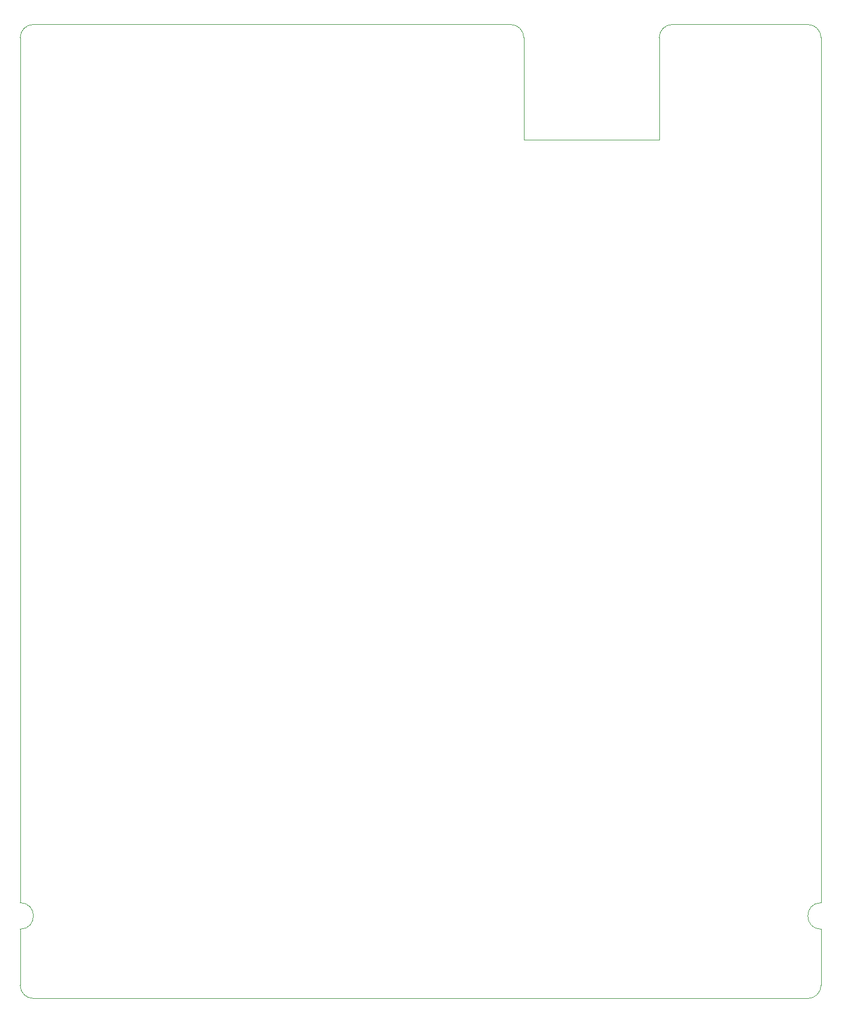
<source format=gbr>
%TF.GenerationSoftware,KiCad,Pcbnew,(5.1.10)-1*%
%TF.CreationDate,2021-11-15T21:10:31-06:00*%
%TF.ProjectId,Driveboard_2022,44726976-6562-46f6-9172-645f32303232,rev?*%
%TF.SameCoordinates,Original*%
%TF.FileFunction,Profile,NP*%
%FSLAX46Y46*%
G04 Gerber Fmt 4.6, Leading zero omitted, Abs format (unit mm)*
G04 Created by KiCad (PCBNEW (5.1.10)-1) date 2021-11-15 21:10:31*
%MOMM*%
%LPD*%
G01*
G04 APERTURE LIST*
%TA.AperFunction,Profile*%
%ADD10C,0.050000*%
%TD*%
G04 APERTURE END LIST*
D10*
X122301000Y-24892000D02*
G75*
G02*
X124333000Y-26924000I0J-2032000D01*
G01*
X124333000Y-42672000D02*
X124333000Y-26924000D01*
X145161000Y-42672000D02*
X124333000Y-42672000D01*
X145161000Y-26924000D02*
X145161000Y-42672000D01*
X145161000Y-26924000D02*
G75*
G02*
X147193000Y-24892000I2032000J0D01*
G01*
X168021000Y-24892000D02*
X147193000Y-24892000D01*
X168021000Y-24892000D02*
G75*
G02*
X170053000Y-26924000I0J-2032000D01*
G01*
X170053000Y-160020000D02*
X170053000Y-26924000D01*
X170053000Y-164084000D02*
G75*
G02*
X170053000Y-160020000I0J2032000D01*
G01*
X170053000Y-172720000D02*
X170053000Y-164084000D01*
X170053000Y-172720000D02*
G75*
G02*
X168021000Y-174752000I-2032000J0D01*
G01*
X48895000Y-174752000D02*
X168021000Y-174752000D01*
X48895000Y-174752000D02*
G75*
G02*
X46863000Y-172720000I0J2032000D01*
G01*
X46863000Y-172720000D02*
X46863000Y-164084000D01*
X46863000Y-160020000D02*
X46863000Y-26924000D01*
X46863000Y-160020000D02*
G75*
G02*
X46863000Y-164084000I0J-2032000D01*
G01*
X46863000Y-26924000D02*
G75*
G02*
X48895000Y-24892000I2032000J0D01*
G01*
X80645000Y-24892000D02*
X48895000Y-24892000D01*
X122301000Y-24892000D02*
X80645000Y-24892000D01*
M02*

</source>
